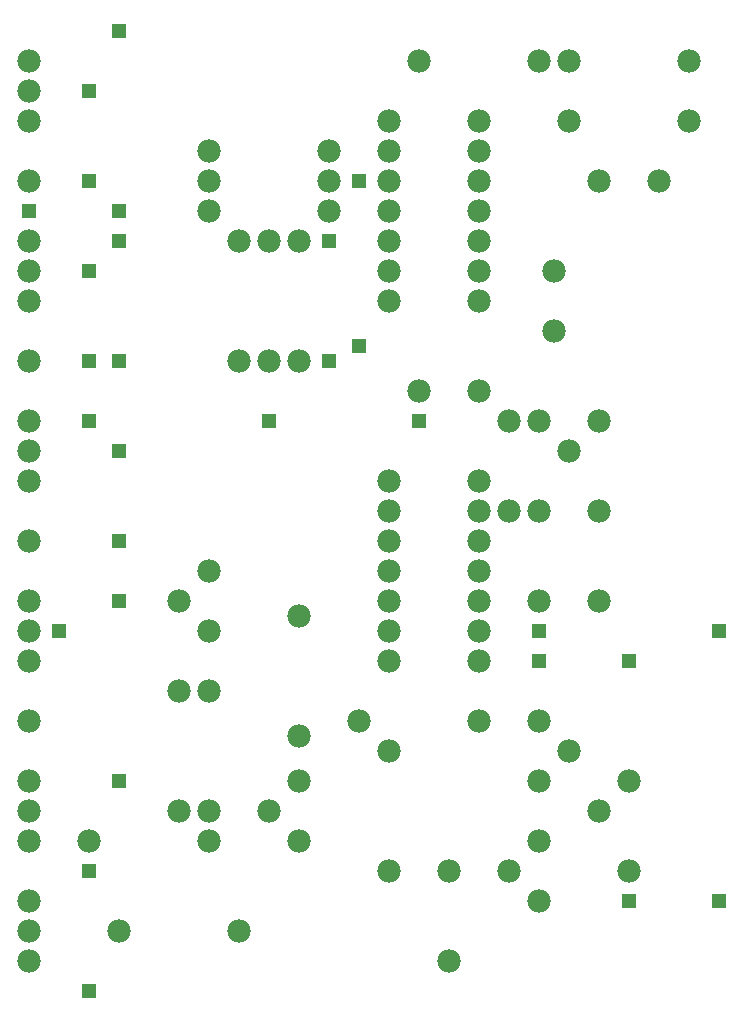
<source format=gts>
G75*
%MOIN*%
%OFA0B0*%
%FSLAX25Y25*%
%IPPOS*%
%LPD*%
%AMOC8*
5,1,8,0,0,1.08239X$1,22.5*
%
%ADD10C,0.07800*%
%ADD11R,0.04762X0.04762*%
D10*
X0040337Y0021000D03*
X0040337Y0031000D03*
X0040337Y0041000D03*
X0040337Y0061000D03*
X0040337Y0071000D03*
X0040337Y0081000D03*
X0040337Y0101000D03*
X0040337Y0121000D03*
X0040337Y0131000D03*
X0040337Y0141000D03*
X0040337Y0161000D03*
X0040337Y0181000D03*
X0040337Y0191000D03*
X0040337Y0201000D03*
X0040337Y0221000D03*
X0040337Y0241000D03*
X0040337Y0251000D03*
X0040337Y0261000D03*
X0040337Y0281000D03*
X0040337Y0301000D03*
X0040337Y0311000D03*
X0040337Y0321000D03*
X0100337Y0291000D03*
X0100337Y0281000D03*
X0100337Y0271000D03*
X0110337Y0261000D03*
X0120337Y0261000D03*
X0130337Y0261000D03*
X0140337Y0271000D03*
X0140337Y0281000D03*
X0140337Y0291000D03*
X0160337Y0291000D03*
X0160337Y0281000D03*
X0160337Y0271000D03*
X0160337Y0261000D03*
X0160337Y0251000D03*
X0160337Y0241000D03*
X0170337Y0211000D03*
X0190337Y0211000D03*
X0200337Y0201000D03*
X0210337Y0201000D03*
X0220337Y0191000D03*
X0230337Y0201000D03*
X0230337Y0171000D03*
X0210337Y0171000D03*
X0200337Y0171000D03*
X0190337Y0171000D03*
X0190337Y0181000D03*
X0190337Y0161000D03*
X0190337Y0151000D03*
X0190337Y0141000D03*
X0190337Y0131000D03*
X0190337Y0121000D03*
X0190337Y0101000D03*
X0210337Y0101000D03*
X0220337Y0091000D03*
X0210337Y0081000D03*
X0210337Y0061000D03*
X0200337Y0051000D03*
X0210337Y0041000D03*
X0230337Y0071000D03*
X0240337Y0081000D03*
X0240337Y0051000D03*
X0180337Y0051000D03*
X0160337Y0051000D03*
X0180337Y0021000D03*
X0130337Y0061000D03*
X0120337Y0071000D03*
X0130337Y0081000D03*
X0130337Y0096000D03*
X0150337Y0101000D03*
X0160337Y0091000D03*
X0160337Y0121000D03*
X0160337Y0131000D03*
X0160337Y0141000D03*
X0160337Y0151000D03*
X0160337Y0161000D03*
X0160337Y0171000D03*
X0160337Y0181000D03*
X0130337Y0221000D03*
X0120337Y0221000D03*
X0110337Y0221000D03*
X0100337Y0151000D03*
X0090337Y0141000D03*
X0100337Y0131000D03*
X0100337Y0111000D03*
X0090337Y0111000D03*
X0090337Y0071000D03*
X0100337Y0071000D03*
X0100337Y0061000D03*
X0110337Y0031000D03*
X0070337Y0031000D03*
X0060337Y0061000D03*
X0130337Y0136000D03*
X0210337Y0141000D03*
X0230337Y0141000D03*
X0215337Y0231000D03*
X0215337Y0251000D03*
X0190337Y0251000D03*
X0190337Y0241000D03*
X0190337Y0261000D03*
X0190337Y0271000D03*
X0190337Y0281000D03*
X0190337Y0291000D03*
X0190337Y0301000D03*
X0170337Y0321000D03*
X0160337Y0301000D03*
X0210337Y0321000D03*
X0220337Y0321000D03*
X0220337Y0301000D03*
X0230337Y0281000D03*
X0250337Y0281000D03*
X0260337Y0301000D03*
X0260337Y0321000D03*
D11*
X0170337Y0201000D03*
X0150337Y0226000D03*
X0140337Y0221000D03*
X0120337Y0221000D03*
X0120337Y0201000D03*
X0070337Y0191000D03*
X0060337Y0201000D03*
X0060337Y0221000D03*
X0070337Y0221000D03*
X0060337Y0251000D03*
X0070337Y0261000D03*
X0070337Y0271000D03*
X0060337Y0281000D03*
X0040337Y0271000D03*
X0060337Y0311000D03*
X0070337Y0331000D03*
X0140337Y0261000D03*
X0150337Y0281000D03*
X0070337Y0161000D03*
X0070337Y0141000D03*
X0050337Y0131000D03*
X0050337Y0131000D03*
X0070337Y0081000D03*
X0060337Y0051000D03*
X0060337Y0011000D03*
X0210337Y0121000D03*
X0210337Y0131000D03*
X0240337Y0121000D03*
X0270337Y0131000D03*
X0230337Y0071000D03*
X0230337Y0071000D03*
X0240337Y0041000D03*
X0270337Y0041000D03*
M02*

</source>
